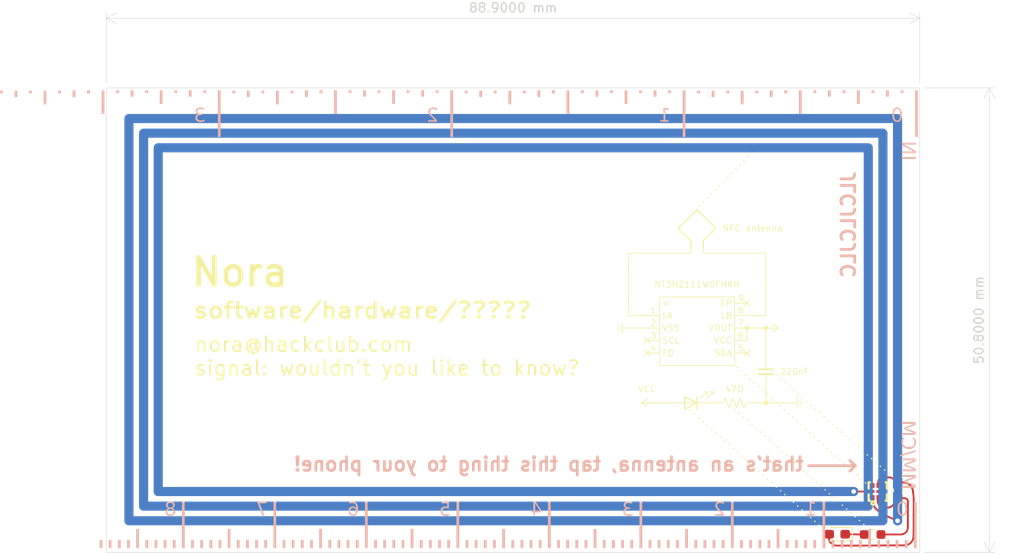
<source format=kicad_pcb>
(kicad_pcb (version 20240108) (generator "pcbnew") (generator_version "8.0")
  (layers (0 "F.Cu" signal) (31 "B.Cu" signal) (34 "B.Paste" user) (35 "F.Paste" user) (36 "B.SilkS" user "B.Silkscreen") (37 "F.SilkS" user "F.Silkscreen") (38 "B.Mask" user) (39 "F.Mask" user) (44 "Edge.Cuts" user))
  (net 0 "")
  (net 1 "Net-(U1-LA)")
  (net 2 "Net-(U1-LB)")
  (net 7 "VCC")
  (net 8 "GND")
  (net 9 "Net-(D1-K)")
  (footprint "LED_SMD:LED_0603_1608Metric_Pad1.05x0.95mm_HandSolder" (layer "F.Cu") (at 185.430441 123.220039 180)
    (property "Reference" "D1" (hide yes))
    (property "Value" "LED")
    (pad "1" smd roundrect (at -0.874999 -0.000001 180) (size 1.05 0.95) (layers "F.Cu" "F.Paste" "F.Mask") (net 9 "Net-(D1-K)"))
    (pad "2" smd roundrect (at 0.874999 0.000001 180) (size 1.05 0.95) (layers "F.Cu" "F.Paste" "F.Mask") (net 7 "VCC"))
  )
  (footprint "lcsc:XQFN-8_L1.6-W1.6-P0.50-BL" (layer "F.Cu") (at 189.868399 118.5452)
    (property "Reference" "U1" (hide yes))
    (property "Value" "NT3H2111W0FHKH")
    (pad "1" smd rect (at -0.499996 0.649999 90) (size 0.5 0.28) (layers "F.Cu" "F.Paste" "F.Mask") (net 1 "Net-(U1-LA)"))
    (pad "2" smd rect (at 0 0.650001 90) (size 0.5 0.28) (layers "F.Cu" "F.Paste" "F.Mask") (net 8 "GND"))
    (pad "3" smd rect (at 0.499999 0.649997 90) (size 0.5 0.28) (layers "F.Cu" "F.Paste" "F.Mask"))
    (pad "4" smd rect (at 0.6 0 180) (size 0.45 0.3) (layers "F.Cu" "F.Paste" "F.Mask"))
    (pad "5" smd rect (at 0.499996 -0.649999 90) (size 0.5 0.28) (layers "F.Cu" "F.Paste" "F.Mask"))
    (pad "6" smd rect (at 0 -0.650001 90) (size 0.5 0.28) (layers "F.Cu" "F.Paste" "F.Mask") (net 7 "VCC"))
    (pad "7" smd rect (at -0.499999 -0.649997 90) (size 0.5 0.28) (layers "F.Cu" "F.Paste" "F.Mask") (net 7 "VCC"))
    (pad "8" smd rect (at -0.6 0 180) (size 0.45 0.3) (layers "F.Cu" "F.Paste" "F.Mask") (net 2 "Net-(U1-LB)"))
    (pad "9" smd rect (at 0 0 180) (size 0.3 0.3) (layers "F.Cu" "F.Paste" "F.Mask"))
  )
  (footprint "Resistor_SMD:R_0603_1608Metric_Pad0.98x0.95mm_HandSolder" (layer "F.Cu") (at 189.30347 123.24858)
    (property "Reference" "R1" (hide yes))
    (property "Value" "47Ω")
    (pad "1" smd roundrect (at -0.912498 -0.000001) (size 0.975 0.95) (layers "F.Cu" "F.Paste" "F.Mask") (net 9 "Net-(D1-K)"))
    (pad "2" smd roundrect (at 0.912498 0.000001) (size 0.975 0.95) (layers "F.Cu" "F.Paste" "F.Mask") (net 8 "GND"))
  )
  (footprint "Capacitor_SMD:C_0603_1608Metric_Pad1.08x0.95mm_HandSolder" (layer "F.Cu") (at 192.087797 118.419298 -90)
    (property "Reference" "C1" (hide yes))
    (property "Value" "220nF")
    (pad "1" smd roundrect (at -0.862502 0.000002 270) (size 1.075 0.95) (layers "F.Cu" "F.Paste" "F.Mask") (net 7 "VCC"))
    (pad "2" smd roundrect (at 0.862502 -0.000002 270) (size 1.075 0.95) (layers "F.Cu" "F.Paste" "F.Mask") (net 8 "GND"))
  )
  (footprint "LOGO" (layer "F.Cu") (at 171.056599 98.6062)
    (property "Reference" "G***" (hide yes))
    (property "Value" "LOGO" (hide yes))
  )
  (footprint "nfc_ant:nfc_ant" (layer "B.Cu") (at 192.527399 77.2472 180)
    (property "Reference" "AE1" (hide yes))
    (property "Value" "NFC antenna")
    (pad "1" thru_hole circle (at 0.5 -44.5 180) (size 1 1) (drill 0.5) (layers "*.Cu" "*.Mask") (net 1 "Net-(U1-LA)"))
    (pad "1" smd custom (at 0.5 -44.5 180) (size 1 1) (layers "B.Cu") (net 1 "Net-(U1-LA)") (options (clearance outline) (anchor circle)) (primitives (gr_line (start 0 44) (end 0 0) (width 1)) (gr_line (start 84 44) (end 0 44) (width 1)) (gr_line (start 84 0) (end 84 44) (width 1)) (gr_line (start 1.6 0) (end 84 0) (width 1)) (gr_line (start 1.6 42.4) (end 1.6 0) (width 1)) (gr_line (start 82.4 42.4) (end 1.6 42.4) (width 1)) (gr_line (start 82.4 1.6) (end 82.4 42.4) (width 1)) (gr_line (start 3.2 1.6) (end 82.4 1.6) (width 1)) (gr_line (start 3.2 40.8) (end 3.2 1.6) (width 1)) (gr_line (start 80.8 40.8) (end 3.2 40.8) (width 1)) (gr_line (start 80.8 3.2) (end 80.8 40.8) (width 1))))
    (pad "2" thru_hole circle (at 5.3 -41.3 180) (size 1 1) (drill 0.5) (layers "*.Cu" "*.Mask") (net 2 "Net-(U1-LB)"))
    (pad "2" smd custom (at 5.3 -41.3 180) (size 1 1) (layers "B.Cu") (net 2 "Net-(U1-LB)") (options (clearance outline) (anchor circle)) (primitives (gr_line (start 76 0) (end 0 0) (width 1))))
  )
  (footprint "LOGO" (layer "B.Cu") (at 194.119799 124.7428 180)
    (property "Reference" "G***" (hide yes))
    (property "Value" "LOGO" (hide yes))
    (fp_text user "4" (at 40.9 3.3 0) (layer "B.SilkS") (effects (font (size 1.5 1.5) (thickness 0.1)) (justify left bottom mirror)))
    (fp_text user "5" (at 50.9 3.3 0) (layer "B.SilkS") (effects (font (size 1.5 1.5) (thickness 0.1)) (justify left bottom mirror)))
    (fp_text user "7" (at 70.9 3.3 0) (layer "B.SilkS") (effects (font (size 1.5 1.5) (thickness 0.1)) (justify left bottom mirror)))
    (fp_text user "0" (at 0.9 3.3 0) (layer "B.SilkS") (effects (font (size 1.5 1.5) (thickness 0.1)) (justify left bottom mirror)))
    (fp_text user "3" (at 30.9 3.3 0) (layer "B.SilkS") (effects (font (size 1.5 1.5) (thickness 0.1)) (justify left bottom mirror)))
    (fp_text user "6" (at 60.9 3.3 0) (layer "B.SilkS") (effects (font (size 1.5 1.5) (thickness 0.1)) (justify left bottom mirror)))
    (fp_text user "2" (at 20.9 3.3 0) (layer "B.SilkS") (effects (font (size 1.5 1.5) (thickness 0.1)) (justify left bottom mirror)))
    (fp_text user "MM/CM" (at 1.9 14 -90) (layer "B.SilkS") (effects (font (size 1.5 1.5) (thickness 0.1)) (justify right bottom mirror)))
    (fp_text user "1" (at 10.9 3.3 0) (layer "B.SilkS") (effects (font (size 1.5 1.5) (thickness 0.1)) (justify left bottom mirror)))
    (fp_text user "8" (at 80.9 3.3 0) (layer "B.SilkS") (effects (font (size 1.5 1.5) (thickness 0.1)) (justify left bottom mirror)))
  )
  (footprint "LOGO" (layer "B.Cu") (at 194.246799 74.654 180)
    (property "Reference" "G***" (hide yes))
    (property "Value" "LOGO" (hide yes))
    (fp_text user "3" (at 77.8 -3.7 0) (layer "B.SilkS") (effects (font (size 1.5 1.5) (thickness 0.1)) (justify left bottom mirror)))
    (fp_text user "0" (at 1.6 -3.7 0) (layer "B.SilkS") (effects (font (size 1.5 1.5) (thickness 0.1)) (justify left bottom mirror)))
    (fp_text user "1" (at 27 -3.7 0) (layer "B.SilkS") (effects (font (size 1.5 1.5) (thickness 0.1)) (justify left bottom mirror)))
    (fp_text user "IN" (at 2.010252 -7.723452 -90) (layer "B.SilkS") (effects (font (size 1.5 1.5) (thickness 0.1)) (justify left bottom mirror)))
    (fp_text user "2" (at 52.4 -3.7 0) (layer "B.SilkS") (effects (font (size 1.5 1.5) (thickness 0.1)) (justify left bottom mirror)))
  )
  (gr_line (start 182.308799 115.7258) (end 187.414199 115.7258) (stroke (width 0.3)) (layer "B.SilkS"))
  (gr_line (start 187.414199 115.7258) (end 186.820535 115.151063) (stroke (width 0.3)) (layer "B.SilkS"))
  (gr_line (start 187.414199 115.7258) (end 186.820535 116.300536) (stroke (width 0.3)) (layer "B.SilkS"))
  (gr_line (start 174.224734 109.54475) (end 188.622038 122.38299) (stroke (width 0.15) (type dot)) (layer "F.SilkS"))
  (gr_line (start 169.359295 109.6468) (end 183.756599 122.48504) (stroke (width 0.15) (type dot)) (layer "F.SilkS"))
  (gr_line (start 176.136599 81.4866) (end 170.060264 87.688187) (stroke (width 0.15) (type dot)) (layer "F.SilkS"))
  (gr_line (start 178.778199 105.7944) (end 191.376599 116.8688) (stroke (width 0.15) (type dot)) (layer "F.SilkS"))
  (gr_line (start 174.479366 104.959297) (end 188.633399 117.707) (stroke (width 0.15) (type dot)) (layer "F.SilkS"))
  (gr_poly (pts (xy 105.549999 125.199999) (xy 105.549999 74.4) (xy 194.450001 74.399999) (xy 194.450001 125.199998)) (stroke (width 0.05)) (fill none) (layer "Edge.Cuts"))
  (gr_text "JLCJLCJLC" (at 187.541199 95.3296 90) (layer "B.SilkS") (effects (font (size 1.5 1.5) (thickness 0.3) (bold yes)) (justify right bottom mirror)))
  (gr_text "that's an antenna, tap this thing to your phone!" (at 125.895399 116.437 0) (layer "B.SilkS") (effects (font (size 1.5 1.5) (thickness 0.3) (bold yes)) (justify right bottom mirror)))
  (gr_text "Nora" (at 114.590399 96.3034 0) (layer "F.SilkS") (effects (font (size 3 3) (thickness 0.5) (bold yes)) (justify left bottom)))
  (gr_text "signal: wouldn't you like to know?" (at 115.098399 105.9722 0) (layer "F.SilkS") (effects (font (size 1.6 1.6) (thickness 0.2)) (justify left bottom)))
  (gr_text "software/hardware/?????" (at 114.920599 99.7324 0) (layer "F.SilkS") (effects (font (size 1.7 1.9) (thickness 0.3) (bold yes)) (justify left bottom)))
  (gr_text "nora@hackclub.com" (at 115.098399 103.3814 0) (layer "F.SilkS") (effects (font (size 1.6 1.6) (thickness 0.2)) (justify left bottom)))
  (dimension (type aligned) (layer "Edge.Cuts") (pts (xy 105.549999 74.4) (xy 194.450001 74.399999)) (height -7.619999) (gr_text "88.9000 mm" (at 150 65.63 1.288993872e-06) (layer "Edge.Cuts") (effects (font (size 1 1) (thickness 0.15)))) (format (prefix "") (suffix "") (units 3) (units_format 1) (precision 4)) (style (thickness 0.05) (arrow_length 1.27) (text_position_mode 0) (extension_height 0.58642) (extension_offset 0.5) keep_text_aligned))
  (dimension (type aligned) (layer "Edge.Cuts") (pts (xy 194.450001 74.399999) (xy 194.450001 125.199998)) (height -7.619998) (gr_text "50.8000 mm" (at 200.919999 99.799999 90) (layer "Edge.Cuts") (effects (font (size 1 1) (thickness 0.15)))) (format (prefix "") (suffix "") (units 3) (units_format 1) (precision 4)) (style (thickness 0.05) (arrow_length 1.27) (text_position_mode 0) (extension_height 0.58642) (extension_offset 0.5) keep_text_aligned))
  (segment (start 190.860091 121.248006) (end 192.027399 121.7472) (width 0.2) (layer "F.Cu") (net 1))
  (segment (start 189.368403 119.195199) (end 189.423096 119.934652) (width 0.2) (layer "F.Cu") (net 1))
  (segment (start 189.683533 120.451371) (end 189.948943 120.679919) (width 0.2) (layer "F.Cu") (net 1))
  (arc (start 189.948943 120.679919) (mid 190.382688 120.998974) (end 190.860091 121.248006) (width 0.2) (layer "F.Cu") (net 1))
  (arc (start 189.683533 120.451371) (mid 189.50188 120.218936) (end 189.423096 119.934652) (width 0.2) (layer "F.Cu") (net 1))
  (segment (start 189.268399 118.5452) (end 187.227399 118.5472) (width 0.2) (layer "F.Cu") (net 2))
  (segment (start 193.789599 121.111406) (end 193.789612 121.109793) (width 0.2) (layer "F.Cu") (net 7))
  (segment (start 184.555442 123.220038) (end 184.54842 123.718061) (width 0.2) (layer "F.Cu") (net 7))
  (segment (start 191.656341 124.438) (end 192.766973 124.438) (width 0.2) (layer "F.Cu") (net 7))
  (segment (start 191.655656 124.438002) (end 191.656341 124.438) (width 0.2) (layer "F.Cu") (net 7))
  (segment (start 193.789599 122.785438) (end 193.789599 121.111406) (width 0.2) (layer "F.Cu") (net 7))
  (segment (start 192.676086 117.555799) (end 192.087795 117.556796) (width 0.2) (layer "F.Cu") (net 7))
  (segment (start 191.07606 116.9958) (end 190.500071 116.9958) (width 0.2) (layer "F.Cu") (net 7))
  (segment (start 193.789612 121.109793) (end 193.80248 119.925651) (width 0.2) (layer "F.Cu") (net 7))
  (segment (start 189.930626 117.408696) (end 189.868399 117.895199) (width 0.2) (layer "F.Cu") (net 7))
  (segment (start 193.531106 118.034418) (end 193.573304 118.103483) (width 0.2) (layer "F.Cu") (net 7))
  (segment (start 192.087795 117.556796) (end 191.526912 117.143863) (width 0.2) (layer "F.Cu") (net 7))
  (segment (start 193.771759 123.440802) (end 193.772589 123.33134) (width 0.2) (layer "F.Cu") (net 7))
  (segment (start 193.772589 123.33134) (end 193.78955 122.788561) (width 0.2) (layer "F.Cu") (net 7))
  (segment (start 187.947942 124.463398) (end 191.655656 124.438002) (width 0.2) (layer "F.Cu") (net 7))
  (segment (start 193.78955 122.788561) (end 193.789599 122.785438) (width 0.2) (layer "F.Cu") (net 7))
  (segment (start 187.947257 124.4634) (end 187.947942 124.463398) (width 0.2) (layer "F.Cu") (net 7))
  (segment (start 185.372965 124.4634) (end 187.947257 124.4634) (width 0.2) (layer "F.Cu") (net 7))
  (segment (start 184.799012 124.214072) (end 184.964062 124.332173) (width 0.2) (layer "F.Cu") (net 7))
  (segment (start 193.713328 118.50972) (end 193.740812 118.746835) (width 0.2) (layer "F.Cu") (net 7))
  (arc (start 190.106961 117.118641) (mid 189.987957 117.244922) (end 189.930626 117.408696) (width 0.2) (layer "F.Cu") (net 7))
  (arc (start 193.573304 118.103483) (mid 193.665393 118.298992) (end 193.713328 118.50972) (width 0.2) (layer "F.Cu") (net 7))
  (arc (start 184.799012 124.214072) (mid 184.612775 123.996855) (end 184.54842 123.718061) (width 0.2) (layer "F.Cu") (net 7))
  (arc (start 190.106961 117.118641) (mid 190.294209 117.027204) (end 190.500071 116.9958) (width 0.2) (layer "F.Cu") (net 7))
  (arc (start 185.372965 124.4634) (mid 185.158243 124.429789) (end 184.964062 124.332173) (width 0.2) (layer "F.Cu") (net 7))
  (arc (start 193.740812 118.746835) (mid 193.790257 119.335269) (end 193.80248 119.925651) (width 0.2) (layer "F.Cu") (net 7))
  (arc (start 191.07606 116.9958) (mid 191.313331 117.033763) (end 191.526912 117.143863) (width 0.2) (layer "F.Cu") (net 7))
  (arc (start 193.771759 123.440802) (mid 193.474786 124.146384) (end 192.766973 124.438) (width 0.2) (layer "F.Cu") (net 7))
  (arc (start 192.676086 117.555799) (mid 193.166235 117.683208) (end 193.531106 118.034418) (width 0.2) (layer "F.Cu") (net 7))
  (segment (start 189.868399 119.195201) (end 189.874585 119.660231) (width 0.2) (layer "F.Cu") (net 8))
  (segment (start 191.116065 120.289715) (end 191.236159 120.238246) (width 0.2) (layer "F.Cu") (net 8))
  (segment (start 191.592424 119.955509) (end 192.087799 119.2818) (width 0.2) (layer "F.Cu") (net 8))
  (segment (start 193.154599 122.471167) (end 193.154599 119.63617) (width 0.2) (layer "F.Cu") (net 8))
  (segment (start 190.215968 123.248581) (end 192.381568 123.245352) (width 0.2) (layer "F.Cu") (net 8))
  (segment (start 190.567273 120.2978) (end 191.076673 120.2978) (width 0.2) (layer "F.Cu") (net 8))
  (segment (start 192.771361 119.2818) (end 192.087799 119.2818) (width 0.2) (layer "F.Cu") (net 8))
  (segment (start 190.079394 120.075796) (end 190.198387 120.169738) (width 0.2) (layer "F.Cu") (net 8))
  (arc (start 189.874585 119.660231) (mid 189.930023 119.891161) (end 190.079394 120.075796) (width 0.2) (layer "F.Cu") (net 8))
  (arc (start 193.154599 119.63617) (mid 193.125056 119.498267) (end 193.041614 119.384569) (width 0.2) (layer "F.Cu") (net 8))
  (arc (start 191.116065 120.289715) (mid 191.096754 120.295767) (end 191.076673 120.2978) (width 0.2) (layer "F.Cu") (net 8))
  (arc (start 193.154599 122.471167) (mid 192.928253 123.01819) (end 192.381568 123.245352) (width 0.2) (layer "F.Cu") (net 8))
  (arc (start 190.198387 120.169738) (mid 190.372031 120.264875) (end 190.567273 120.2978) (width 0.2) (layer "F.Cu") (net 8))
  (arc (start 191.592424 119.955509) (mid 191.433201 120.120704) (end 191.236159 120.238246) (width 0.2) (layer "F.Cu") (net 8))
  (arc (start 193.041614 119.384569) (mid 192.915905 119.308352) (end 192.771361 119.2818) (width 0.2) (layer "F.Cu") (net 8))
  (segment (start 188.390972 123.248579) (end 186.30544 123.22004) (width 0.2) (layer "F.Cu") (net 9))
)
</source>
